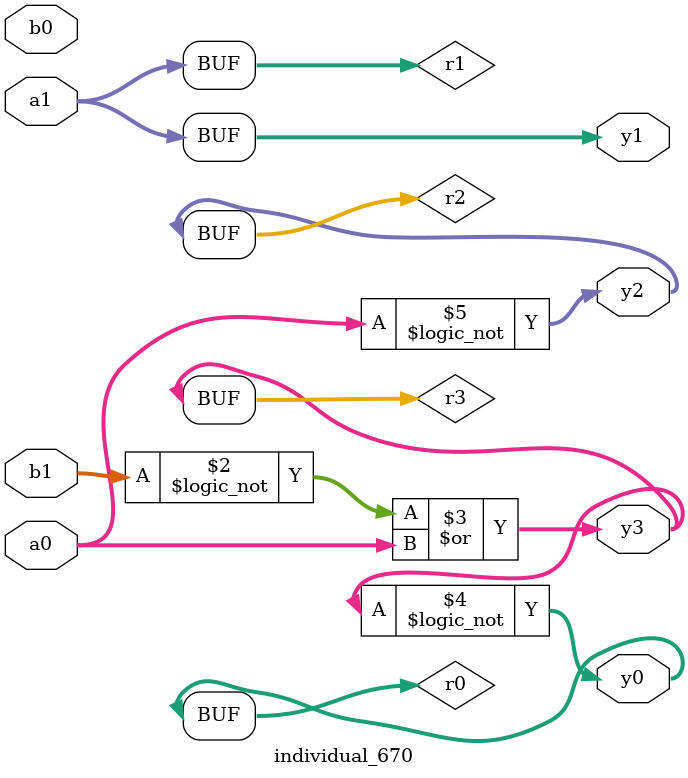
<source format=sv>
module individual_670(input logic [15:0] a1, input logic [15:0] a0, input logic [15:0] b1, input logic [15:0] b0, output logic [15:0] y3, output logic [15:0] y2, output logic [15:0] y1, output logic [15:0] y0);
logic [15:0] r0, r1, r2, r3; 
 always@(*) begin 
	 r0 = a0; r1 = a1; r2 = b0; r3 = b1; 
 	 r3 = ! r3 ;
 	 r3  |=  r0 ;
 	 r0 = ! r3 ;
 	 r2 = ! a0 ;
 	 y3 = r3; y2 = r2; y1 = r1; y0 = r0; 
end
endmodule
</source>
